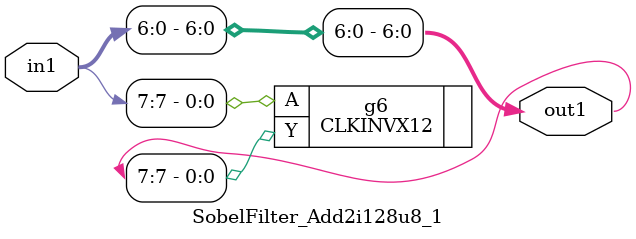
<source format=v>
`timescale 1ps / 1ps


module SobelFilter_Add2i128u8_1(in1, out1);
  input [7:0] in1;
  output [7:0] out1;
  wire [7:0] in1;
  wire [7:0] out1;
  assign out1[0] = in1[0];
  assign out1[1] = in1[1];
  assign out1[2] = in1[2];
  assign out1[3] = in1[3];
  assign out1[4] = in1[4];
  assign out1[5] = in1[5];
  assign out1[6] = in1[6];
  CLKINVX12 g6(.A (in1[7]), .Y (out1[7]));
endmodule


</source>
